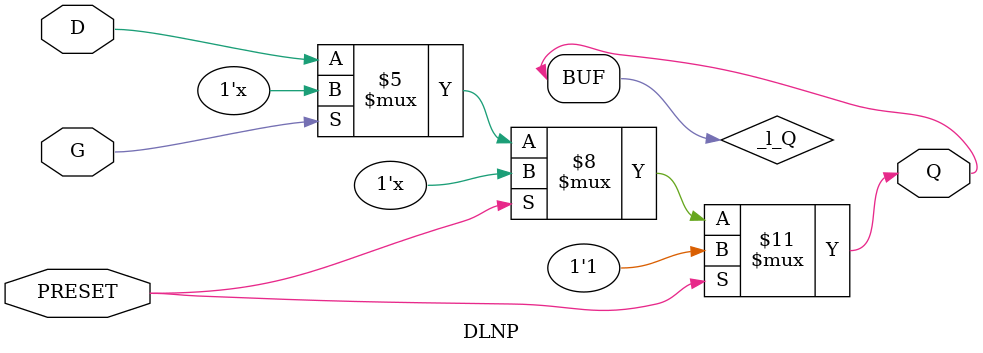
<source format=v>
`ifdef verilator3
`else
`timescale 1 ps / 1 ps
`endif

module DLNP
#(
    parameter INIT = 1'b1
)
(
    input  PRESET,
    input  G,
    input  D,
    output Q
);

    reg _l_Q;

    initial begin
        _l_Q = INIT;
    end

    always @(PRESET or G or D) begin
    
        if (PRESET) begin
	        _l_Q = 1'b1;
        end
        else if (~G) begin
	        _l_Q = D;
        end
    end

    assign Q = _l_Q;

endmodule

</source>
